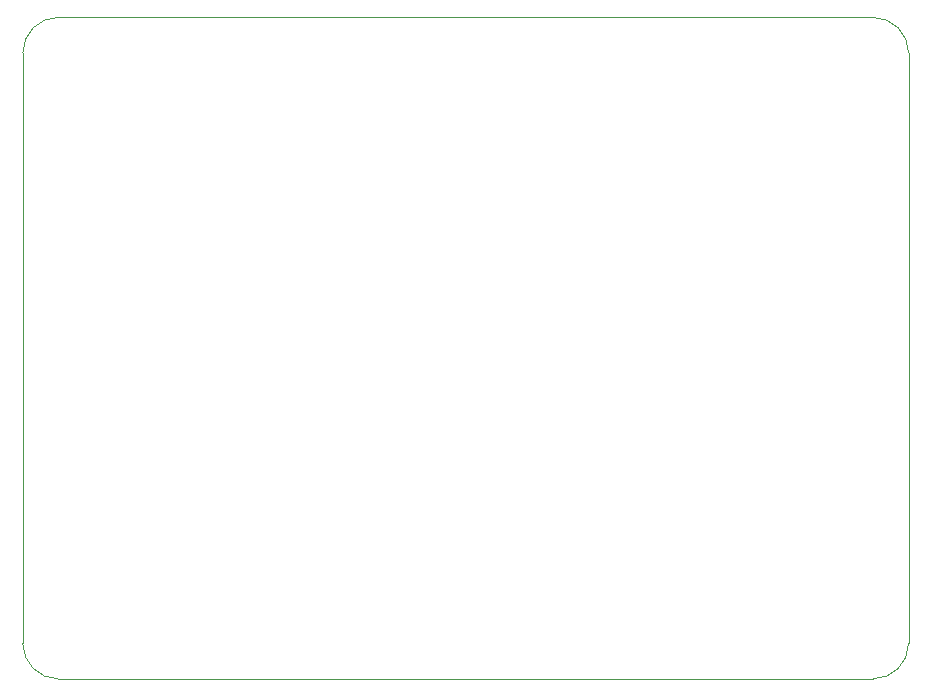
<source format=gm1>
G04*
G04 #@! TF.GenerationSoftware,Altium Limited,Altium Designer,24.4.1 (13)*
G04*
G04 Layer_Color=16711935*
%FSLAX44Y44*%
%MOMM*%
G71*
G04*
G04 #@! TF.SameCoordinates,4A672E86-6C9B-4248-A0BA-008E6FD5887C*
G04*
G04*
G04 #@! TF.FilePolarity,Positive*
G04*
G01*
G75*
%ADD18C,0.1000*%
D18*
X0Y20000D02*
G03*
X30000Y-10000I30000J-0D01*
G01*
X720000Y-10000D02*
G03*
X750000Y20000I0J30000D01*
G01*
Y520000D02*
G03*
X720000Y550000I-30000J0D01*
G01*
X30000D02*
G03*
X-0Y520000I0J-30000D01*
G01*
X30000Y-10000D02*
X720000Y-10000D01*
X750000Y20000D02*
Y520000D01*
X30000Y550000D02*
X720000D01*
X-0Y520000D02*
X0Y20000D01*
M02*

</source>
